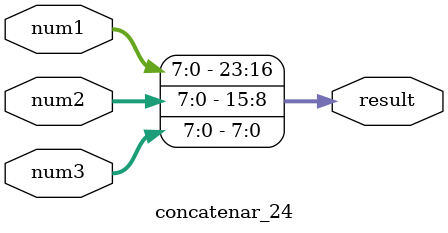
<source format=sv>
module concatenar_24 (
    input logic [7:0] num1,     // Primer número de 8 bits
    input logic [7:0] num2,     // Segundo número de 8 bits
    input logic [7:0] num3,     // Tercer número de 8 bits
    output logic [23:0] result // Resultado de 24 bits
);

    // Concatenar los números de 8 bits en un número de 24 bits
    always_comb begin
        result = {num1, num2, num3}; // Concatenación
    end

endmodule
</source>
